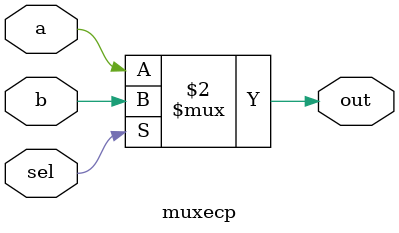
<source format=v>
module muxecp(a, b, sel, out);
	input a;
	input b;
	input sel;
	output wire out;
	
	assign out = (sel == 0) ? a : b;
endmodule
</source>
